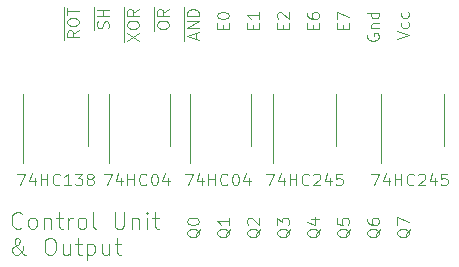
<source format=gbr>
%TF.GenerationSoftware,KiCad,Pcbnew,(5.1.10-1-10_14)*%
%TF.CreationDate,2021-12-17T20:44:53-05:00*%
%TF.ProjectId,Control_and_Output,436f6e74-726f-46c5-9f61-6e645f4f7574,rev?*%
%TF.SameCoordinates,Original*%
%TF.FileFunction,Legend,Top*%
%TF.FilePolarity,Positive*%
%FSLAX46Y46*%
G04 Gerber Fmt 4.6, Leading zero omitted, Abs format (unit mm)*
G04 Created by KiCad (PCBNEW (5.1.10-1-10_14)) date 2021-12-17 20:44:53*
%MOMM*%
%LPD*%
G01*
G04 APERTURE LIST*
%ADD10C,0.100000*%
%ADD11C,0.120000*%
G04 APERTURE END LIST*
D10*
X46410333Y-88300000D02*
X46343666Y-88366666D01*
X46143666Y-88433333D01*
X46010333Y-88433333D01*
X45810333Y-88366666D01*
X45677000Y-88233333D01*
X45610333Y-88100000D01*
X45543666Y-87833333D01*
X45543666Y-87633333D01*
X45610333Y-87366666D01*
X45677000Y-87233333D01*
X45810333Y-87100000D01*
X46010333Y-87033333D01*
X46143666Y-87033333D01*
X46343666Y-87100000D01*
X46410333Y-87166666D01*
X47210333Y-88433333D02*
X47077000Y-88366666D01*
X47010333Y-88300000D01*
X46943666Y-88166666D01*
X46943666Y-87766666D01*
X47010333Y-87633333D01*
X47077000Y-87566666D01*
X47210333Y-87500000D01*
X47410333Y-87500000D01*
X47543666Y-87566666D01*
X47610333Y-87633333D01*
X47677000Y-87766666D01*
X47677000Y-88166666D01*
X47610333Y-88300000D01*
X47543666Y-88366666D01*
X47410333Y-88433333D01*
X47210333Y-88433333D01*
X48277000Y-87500000D02*
X48277000Y-88433333D01*
X48277000Y-87633333D02*
X48343666Y-87566666D01*
X48477000Y-87500000D01*
X48677000Y-87500000D01*
X48810333Y-87566666D01*
X48877000Y-87700000D01*
X48877000Y-88433333D01*
X49343666Y-87500000D02*
X49877000Y-87500000D01*
X49543666Y-87033333D02*
X49543666Y-88233333D01*
X49610333Y-88366666D01*
X49743666Y-88433333D01*
X49877000Y-88433333D01*
X50343666Y-88433333D02*
X50343666Y-87500000D01*
X50343666Y-87766666D02*
X50410333Y-87633333D01*
X50477000Y-87566666D01*
X50610333Y-87500000D01*
X50743666Y-87500000D01*
X51410333Y-88433333D02*
X51277000Y-88366666D01*
X51210333Y-88300000D01*
X51143666Y-88166666D01*
X51143666Y-87766666D01*
X51210333Y-87633333D01*
X51277000Y-87566666D01*
X51410333Y-87500000D01*
X51610333Y-87500000D01*
X51743666Y-87566666D01*
X51810333Y-87633333D01*
X51877000Y-87766666D01*
X51877000Y-88166666D01*
X51810333Y-88300000D01*
X51743666Y-88366666D01*
X51610333Y-88433333D01*
X51410333Y-88433333D01*
X52677000Y-88433333D02*
X52543666Y-88366666D01*
X52477000Y-88233333D01*
X52477000Y-87033333D01*
X54277000Y-87033333D02*
X54277000Y-88166666D01*
X54343666Y-88300000D01*
X54410333Y-88366666D01*
X54543666Y-88433333D01*
X54810333Y-88433333D01*
X54943666Y-88366666D01*
X55010333Y-88300000D01*
X55077000Y-88166666D01*
X55077000Y-87033333D01*
X55743666Y-87500000D02*
X55743666Y-88433333D01*
X55743666Y-87633333D02*
X55810333Y-87566666D01*
X55943666Y-87500000D01*
X56143666Y-87500000D01*
X56277000Y-87566666D01*
X56343666Y-87700000D01*
X56343666Y-88433333D01*
X57010333Y-88433333D02*
X57010333Y-87500000D01*
X57010333Y-87033333D02*
X56943666Y-87100000D01*
X57010333Y-87166666D01*
X57077000Y-87100000D01*
X57010333Y-87033333D01*
X57010333Y-87166666D01*
X57477000Y-87500000D02*
X58010333Y-87500000D01*
X57677000Y-87033333D02*
X57677000Y-88233333D01*
X57743666Y-88366666D01*
X57877000Y-88433333D01*
X58010333Y-88433333D01*
X46743666Y-90633333D02*
X46677000Y-90633333D01*
X46543666Y-90566666D01*
X46343666Y-90366666D01*
X46010333Y-89966666D01*
X45877000Y-89766666D01*
X45810333Y-89566666D01*
X45810333Y-89433333D01*
X45877000Y-89300000D01*
X46010333Y-89233333D01*
X46077000Y-89233333D01*
X46210333Y-89300000D01*
X46277000Y-89433333D01*
X46277000Y-89500000D01*
X46210333Y-89633333D01*
X46143666Y-89700000D01*
X45743666Y-89966666D01*
X45677000Y-90033333D01*
X45610333Y-90166666D01*
X45610333Y-90366666D01*
X45677000Y-90500000D01*
X45743666Y-90566666D01*
X45877000Y-90633333D01*
X46077000Y-90633333D01*
X46210333Y-90566666D01*
X46277000Y-90500000D01*
X46477000Y-90233333D01*
X46543666Y-90033333D01*
X46543666Y-89900000D01*
X48677000Y-89233333D02*
X48943666Y-89233333D01*
X49077000Y-89300000D01*
X49210333Y-89433333D01*
X49277000Y-89700000D01*
X49277000Y-90166666D01*
X49210333Y-90433333D01*
X49077000Y-90566666D01*
X48943666Y-90633333D01*
X48677000Y-90633333D01*
X48543666Y-90566666D01*
X48410333Y-90433333D01*
X48343666Y-90166666D01*
X48343666Y-89700000D01*
X48410333Y-89433333D01*
X48543666Y-89300000D01*
X48677000Y-89233333D01*
X50477000Y-89700000D02*
X50477000Y-90633333D01*
X49877000Y-89700000D02*
X49877000Y-90433333D01*
X49943666Y-90566666D01*
X50077000Y-90633333D01*
X50277000Y-90633333D01*
X50410333Y-90566666D01*
X50477000Y-90500000D01*
X50943666Y-89700000D02*
X51477000Y-89700000D01*
X51143666Y-89233333D02*
X51143666Y-90433333D01*
X51210333Y-90566666D01*
X51343666Y-90633333D01*
X51477000Y-90633333D01*
X51943666Y-89700000D02*
X51943666Y-91100000D01*
X51943666Y-89766666D02*
X52077000Y-89700000D01*
X52343666Y-89700000D01*
X52477000Y-89766666D01*
X52543666Y-89833333D01*
X52610333Y-89966666D01*
X52610333Y-90366666D01*
X52543666Y-90500000D01*
X52477000Y-90566666D01*
X52343666Y-90633333D01*
X52077000Y-90633333D01*
X51943666Y-90566666D01*
X53810333Y-89700000D02*
X53810333Y-90633333D01*
X53210333Y-89700000D02*
X53210333Y-90433333D01*
X53277000Y-90566666D01*
X53410333Y-90633333D01*
X53610333Y-90633333D01*
X53743666Y-90566666D01*
X53810333Y-90500000D01*
X54277000Y-89700000D02*
X54810333Y-89700000D01*
X54477000Y-89233333D02*
X54477000Y-90433333D01*
X54543666Y-90566666D01*
X54677000Y-90633333D01*
X54810333Y-90633333D01*
X78192380Y-72391190D02*
X79192380Y-72057857D01*
X78192380Y-71724523D01*
X79144761Y-70962619D02*
X79192380Y-71057857D01*
X79192380Y-71248333D01*
X79144761Y-71343571D01*
X79097142Y-71391190D01*
X79001904Y-71438809D01*
X78716190Y-71438809D01*
X78620952Y-71391190D01*
X78573333Y-71343571D01*
X78525714Y-71248333D01*
X78525714Y-71057857D01*
X78573333Y-70962619D01*
X79144761Y-70105476D02*
X79192380Y-70200714D01*
X79192380Y-70391190D01*
X79144761Y-70486428D01*
X79097142Y-70534047D01*
X79001904Y-70581666D01*
X78716190Y-70581666D01*
X78620952Y-70534047D01*
X78573333Y-70486428D01*
X78525714Y-70391190D01*
X78525714Y-70200714D01*
X78573333Y-70105476D01*
X75700000Y-71962619D02*
X75652380Y-72057857D01*
X75652380Y-72200714D01*
X75700000Y-72343571D01*
X75795238Y-72438809D01*
X75890476Y-72486428D01*
X76080952Y-72534047D01*
X76223809Y-72534047D01*
X76414285Y-72486428D01*
X76509523Y-72438809D01*
X76604761Y-72343571D01*
X76652380Y-72200714D01*
X76652380Y-72105476D01*
X76604761Y-71962619D01*
X76557142Y-71915000D01*
X76223809Y-71915000D01*
X76223809Y-72105476D01*
X75985714Y-71486428D02*
X76652380Y-71486428D01*
X76080952Y-71486428D02*
X76033333Y-71438809D01*
X75985714Y-71343571D01*
X75985714Y-71200714D01*
X76033333Y-71105476D01*
X76128571Y-71057857D01*
X76652380Y-71057857D01*
X76652380Y-70153095D02*
X75652380Y-70153095D01*
X76604761Y-70153095D02*
X76652380Y-70248333D01*
X76652380Y-70438809D01*
X76604761Y-70534047D01*
X76557142Y-70581666D01*
X76461904Y-70629285D01*
X76176190Y-70629285D01*
X76080952Y-70581666D01*
X76033333Y-70534047D01*
X75985714Y-70438809D01*
X75985714Y-70248333D01*
X76033333Y-70153095D01*
X73588571Y-71534047D02*
X73588571Y-71200714D01*
X74112380Y-71057857D02*
X74112380Y-71534047D01*
X73112380Y-71534047D01*
X73112380Y-71057857D01*
X73112380Y-70724523D02*
X73112380Y-70057857D01*
X74112380Y-70486428D01*
X71048571Y-71534047D02*
X71048571Y-71200714D01*
X71572380Y-71057857D02*
X71572380Y-71534047D01*
X70572380Y-71534047D01*
X70572380Y-71057857D01*
X70572380Y-70200714D02*
X70572380Y-70391190D01*
X70620000Y-70486428D01*
X70667619Y-70534047D01*
X70810476Y-70629285D01*
X71000952Y-70676904D01*
X71381904Y-70676904D01*
X71477142Y-70629285D01*
X71524761Y-70581666D01*
X71572380Y-70486428D01*
X71572380Y-70295952D01*
X71524761Y-70200714D01*
X71477142Y-70153095D01*
X71381904Y-70105476D01*
X71143809Y-70105476D01*
X71048571Y-70153095D01*
X71000952Y-70200714D01*
X70953333Y-70295952D01*
X70953333Y-70486428D01*
X71000952Y-70581666D01*
X71048571Y-70629285D01*
X71143809Y-70676904D01*
X68508571Y-71534047D02*
X68508571Y-71200714D01*
X69032380Y-71057857D02*
X69032380Y-71534047D01*
X68032380Y-71534047D01*
X68032380Y-71057857D01*
X68127619Y-70676904D02*
X68080000Y-70629285D01*
X68032380Y-70534047D01*
X68032380Y-70295952D01*
X68080000Y-70200714D01*
X68127619Y-70153095D01*
X68222857Y-70105476D01*
X68318095Y-70105476D01*
X68460952Y-70153095D01*
X69032380Y-70724523D01*
X69032380Y-70105476D01*
X65968571Y-71534047D02*
X65968571Y-71200714D01*
X66492380Y-71057857D02*
X66492380Y-71534047D01*
X65492380Y-71534047D01*
X65492380Y-71057857D01*
X66492380Y-70105476D02*
X66492380Y-70676904D01*
X66492380Y-70391190D02*
X65492380Y-70391190D01*
X65635238Y-70486428D01*
X65730476Y-70581666D01*
X65778095Y-70676904D01*
X63428571Y-71534047D02*
X63428571Y-71200714D01*
X63952380Y-71057857D02*
X63952380Y-71534047D01*
X62952380Y-71534047D01*
X62952380Y-71057857D01*
X62952380Y-70438809D02*
X62952380Y-70343571D01*
X63000000Y-70248333D01*
X63047619Y-70200714D01*
X63142857Y-70153095D01*
X63333333Y-70105476D01*
X63571428Y-70105476D01*
X63761904Y-70153095D01*
X63857142Y-70200714D01*
X63904761Y-70248333D01*
X63952380Y-70343571D01*
X63952380Y-70438809D01*
X63904761Y-70534047D01*
X63857142Y-70581666D01*
X63761904Y-70629285D01*
X63571428Y-70676904D01*
X63333333Y-70676904D01*
X63142857Y-70629285D01*
X63047619Y-70581666D01*
X63000000Y-70534047D01*
X62952380Y-70438809D01*
X60110000Y-72565761D02*
X60110000Y-71708619D01*
X61126666Y-72375285D02*
X61126666Y-71899095D01*
X61412380Y-72470523D02*
X60412380Y-72137190D01*
X61412380Y-71803857D01*
X60110000Y-71708619D02*
X60110000Y-70661000D01*
X61412380Y-71470523D02*
X60412380Y-71470523D01*
X61412380Y-70899095D01*
X60412380Y-70899095D01*
X60110000Y-70661000D02*
X60110000Y-69661000D01*
X61412380Y-70422904D02*
X60412380Y-70422904D01*
X60412380Y-70184809D01*
X60460000Y-70041952D01*
X60555238Y-69946714D01*
X60650476Y-69899095D01*
X60840952Y-69851476D01*
X60983809Y-69851476D01*
X61174285Y-69899095D01*
X61269523Y-69946714D01*
X61364761Y-70041952D01*
X61412380Y-70184809D01*
X61412380Y-70422904D01*
X57570000Y-71708619D02*
X57570000Y-70661000D01*
X57872380Y-71280047D02*
X57872380Y-71089571D01*
X57920000Y-70994333D01*
X58015238Y-70899095D01*
X58205714Y-70851476D01*
X58539047Y-70851476D01*
X58729523Y-70899095D01*
X58824761Y-70994333D01*
X58872380Y-71089571D01*
X58872380Y-71280047D01*
X58824761Y-71375285D01*
X58729523Y-71470523D01*
X58539047Y-71518142D01*
X58205714Y-71518142D01*
X58015238Y-71470523D01*
X57920000Y-71375285D01*
X57872380Y-71280047D01*
X57570000Y-70661000D02*
X57570000Y-69661000D01*
X58872380Y-69851476D02*
X58396190Y-70184809D01*
X58872380Y-70422904D02*
X57872380Y-70422904D01*
X57872380Y-70041952D01*
X57920000Y-69946714D01*
X57967619Y-69899095D01*
X58062857Y-69851476D01*
X58205714Y-69851476D01*
X58300952Y-69899095D01*
X58348571Y-69946714D01*
X58396190Y-70041952D01*
X58396190Y-70422904D01*
X55030000Y-72661000D02*
X55030000Y-71708619D01*
X55332380Y-72518142D02*
X56332380Y-71851476D01*
X55332380Y-71851476D02*
X56332380Y-72518142D01*
X55030000Y-71708619D02*
X55030000Y-70661000D01*
X55332380Y-71280047D02*
X55332380Y-71089571D01*
X55380000Y-70994333D01*
X55475238Y-70899095D01*
X55665714Y-70851476D01*
X55999047Y-70851476D01*
X56189523Y-70899095D01*
X56284761Y-70994333D01*
X56332380Y-71089571D01*
X56332380Y-71280047D01*
X56284761Y-71375285D01*
X56189523Y-71470523D01*
X55999047Y-71518142D01*
X55665714Y-71518142D01*
X55475238Y-71470523D01*
X55380000Y-71375285D01*
X55332380Y-71280047D01*
X55030000Y-70661000D02*
X55030000Y-69661000D01*
X56332380Y-69851476D02*
X55856190Y-70184809D01*
X56332380Y-70422904D02*
X55332380Y-70422904D01*
X55332380Y-70041952D01*
X55380000Y-69946714D01*
X55427619Y-69899095D01*
X55522857Y-69851476D01*
X55665714Y-69851476D01*
X55760952Y-69899095D01*
X55808571Y-69946714D01*
X55856190Y-70041952D01*
X55856190Y-70422904D01*
X52490000Y-71661000D02*
X52490000Y-70708619D01*
X53744761Y-71470523D02*
X53792380Y-71327666D01*
X53792380Y-71089571D01*
X53744761Y-70994333D01*
X53697142Y-70946714D01*
X53601904Y-70899095D01*
X53506666Y-70899095D01*
X53411428Y-70946714D01*
X53363809Y-70994333D01*
X53316190Y-71089571D01*
X53268571Y-71280047D01*
X53220952Y-71375285D01*
X53173333Y-71422904D01*
X53078095Y-71470523D01*
X52982857Y-71470523D01*
X52887619Y-71422904D01*
X52840000Y-71375285D01*
X52792380Y-71280047D01*
X52792380Y-71041952D01*
X52840000Y-70899095D01*
X52490000Y-70708619D02*
X52490000Y-69661000D01*
X53792380Y-70470523D02*
X52792380Y-70470523D01*
X53268571Y-70470523D02*
X53268571Y-69899095D01*
X53792380Y-69899095D02*
X52792380Y-69899095D01*
X49950000Y-72470523D02*
X49950000Y-71470523D01*
X51252380Y-71661000D02*
X50776190Y-71994333D01*
X51252380Y-72232428D02*
X50252380Y-72232428D01*
X50252380Y-71851476D01*
X50300000Y-71756238D01*
X50347619Y-71708619D01*
X50442857Y-71661000D01*
X50585714Y-71661000D01*
X50680952Y-71708619D01*
X50728571Y-71756238D01*
X50776190Y-71851476D01*
X50776190Y-72232428D01*
X49950000Y-71470523D02*
X49950000Y-70422904D01*
X50252380Y-71041952D02*
X50252380Y-70851476D01*
X50300000Y-70756238D01*
X50395238Y-70661000D01*
X50585714Y-70613380D01*
X50919047Y-70613380D01*
X51109523Y-70661000D01*
X51204761Y-70756238D01*
X51252380Y-70851476D01*
X51252380Y-71041952D01*
X51204761Y-71137190D01*
X51109523Y-71232428D01*
X50919047Y-71280047D01*
X50585714Y-71280047D01*
X50395238Y-71232428D01*
X50300000Y-71137190D01*
X50252380Y-71041952D01*
X49950000Y-70422904D02*
X49950000Y-69661000D01*
X50252380Y-70327666D02*
X50252380Y-69756238D01*
X51252380Y-70041952D02*
X50252380Y-70041952D01*
X79287619Y-88438238D02*
X79240000Y-88533476D01*
X79144761Y-88628714D01*
X79001904Y-88771571D01*
X78954285Y-88866809D01*
X78954285Y-88962047D01*
X79192380Y-88914428D02*
X79144761Y-89009666D01*
X79049523Y-89104904D01*
X78859047Y-89152523D01*
X78525714Y-89152523D01*
X78335238Y-89104904D01*
X78240000Y-89009666D01*
X78192380Y-88914428D01*
X78192380Y-88723952D01*
X78240000Y-88628714D01*
X78335238Y-88533476D01*
X78525714Y-88485857D01*
X78859047Y-88485857D01*
X79049523Y-88533476D01*
X79144761Y-88628714D01*
X79192380Y-88723952D01*
X79192380Y-88914428D01*
X78192380Y-88152523D02*
X78192380Y-87485857D01*
X79192380Y-87914428D01*
X76747619Y-88438238D02*
X76700000Y-88533476D01*
X76604761Y-88628714D01*
X76461904Y-88771571D01*
X76414285Y-88866809D01*
X76414285Y-88962047D01*
X76652380Y-88914428D02*
X76604761Y-89009666D01*
X76509523Y-89104904D01*
X76319047Y-89152523D01*
X75985714Y-89152523D01*
X75795238Y-89104904D01*
X75700000Y-89009666D01*
X75652380Y-88914428D01*
X75652380Y-88723952D01*
X75700000Y-88628714D01*
X75795238Y-88533476D01*
X75985714Y-88485857D01*
X76319047Y-88485857D01*
X76509523Y-88533476D01*
X76604761Y-88628714D01*
X76652380Y-88723952D01*
X76652380Y-88914428D01*
X75652380Y-87628714D02*
X75652380Y-87819190D01*
X75700000Y-87914428D01*
X75747619Y-87962047D01*
X75890476Y-88057285D01*
X76080952Y-88104904D01*
X76461904Y-88104904D01*
X76557142Y-88057285D01*
X76604761Y-88009666D01*
X76652380Y-87914428D01*
X76652380Y-87723952D01*
X76604761Y-87628714D01*
X76557142Y-87581095D01*
X76461904Y-87533476D01*
X76223809Y-87533476D01*
X76128571Y-87581095D01*
X76080952Y-87628714D01*
X76033333Y-87723952D01*
X76033333Y-87914428D01*
X76080952Y-88009666D01*
X76128571Y-88057285D01*
X76223809Y-88104904D01*
X74207619Y-88438238D02*
X74160000Y-88533476D01*
X74064761Y-88628714D01*
X73921904Y-88771571D01*
X73874285Y-88866809D01*
X73874285Y-88962047D01*
X74112380Y-88914428D02*
X74064761Y-89009666D01*
X73969523Y-89104904D01*
X73779047Y-89152523D01*
X73445714Y-89152523D01*
X73255238Y-89104904D01*
X73160000Y-89009666D01*
X73112380Y-88914428D01*
X73112380Y-88723952D01*
X73160000Y-88628714D01*
X73255238Y-88533476D01*
X73445714Y-88485857D01*
X73779047Y-88485857D01*
X73969523Y-88533476D01*
X74064761Y-88628714D01*
X74112380Y-88723952D01*
X74112380Y-88914428D01*
X73112380Y-87581095D02*
X73112380Y-88057285D01*
X73588571Y-88104904D01*
X73540952Y-88057285D01*
X73493333Y-87962047D01*
X73493333Y-87723952D01*
X73540952Y-87628714D01*
X73588571Y-87581095D01*
X73683809Y-87533476D01*
X73921904Y-87533476D01*
X74017142Y-87581095D01*
X74064761Y-87628714D01*
X74112380Y-87723952D01*
X74112380Y-87962047D01*
X74064761Y-88057285D01*
X74017142Y-88104904D01*
X71667619Y-88438238D02*
X71620000Y-88533476D01*
X71524761Y-88628714D01*
X71381904Y-88771571D01*
X71334285Y-88866809D01*
X71334285Y-88962047D01*
X71572380Y-88914428D02*
X71524761Y-89009666D01*
X71429523Y-89104904D01*
X71239047Y-89152523D01*
X70905714Y-89152523D01*
X70715238Y-89104904D01*
X70620000Y-89009666D01*
X70572380Y-88914428D01*
X70572380Y-88723952D01*
X70620000Y-88628714D01*
X70715238Y-88533476D01*
X70905714Y-88485857D01*
X71239047Y-88485857D01*
X71429523Y-88533476D01*
X71524761Y-88628714D01*
X71572380Y-88723952D01*
X71572380Y-88914428D01*
X70905714Y-87628714D02*
X71572380Y-87628714D01*
X70524761Y-87866809D02*
X71239047Y-88104904D01*
X71239047Y-87485857D01*
X69127619Y-88438238D02*
X69080000Y-88533476D01*
X68984761Y-88628714D01*
X68841904Y-88771571D01*
X68794285Y-88866809D01*
X68794285Y-88962047D01*
X69032380Y-88914428D02*
X68984761Y-89009666D01*
X68889523Y-89104904D01*
X68699047Y-89152523D01*
X68365714Y-89152523D01*
X68175238Y-89104904D01*
X68080000Y-89009666D01*
X68032380Y-88914428D01*
X68032380Y-88723952D01*
X68080000Y-88628714D01*
X68175238Y-88533476D01*
X68365714Y-88485857D01*
X68699047Y-88485857D01*
X68889523Y-88533476D01*
X68984761Y-88628714D01*
X69032380Y-88723952D01*
X69032380Y-88914428D01*
X68032380Y-88152523D02*
X68032380Y-87533476D01*
X68413333Y-87866809D01*
X68413333Y-87723952D01*
X68460952Y-87628714D01*
X68508571Y-87581095D01*
X68603809Y-87533476D01*
X68841904Y-87533476D01*
X68937142Y-87581095D01*
X68984761Y-87628714D01*
X69032380Y-87723952D01*
X69032380Y-88009666D01*
X68984761Y-88104904D01*
X68937142Y-88152523D01*
X66587619Y-88438238D02*
X66540000Y-88533476D01*
X66444761Y-88628714D01*
X66301904Y-88771571D01*
X66254285Y-88866809D01*
X66254285Y-88962047D01*
X66492380Y-88914428D02*
X66444761Y-89009666D01*
X66349523Y-89104904D01*
X66159047Y-89152523D01*
X65825714Y-89152523D01*
X65635238Y-89104904D01*
X65540000Y-89009666D01*
X65492380Y-88914428D01*
X65492380Y-88723952D01*
X65540000Y-88628714D01*
X65635238Y-88533476D01*
X65825714Y-88485857D01*
X66159047Y-88485857D01*
X66349523Y-88533476D01*
X66444761Y-88628714D01*
X66492380Y-88723952D01*
X66492380Y-88914428D01*
X65587619Y-88104904D02*
X65540000Y-88057285D01*
X65492380Y-87962047D01*
X65492380Y-87723952D01*
X65540000Y-87628714D01*
X65587619Y-87581095D01*
X65682857Y-87533476D01*
X65778095Y-87533476D01*
X65920952Y-87581095D01*
X66492380Y-88152523D01*
X66492380Y-87533476D01*
X64047619Y-88438238D02*
X64000000Y-88533476D01*
X63904761Y-88628714D01*
X63761904Y-88771571D01*
X63714285Y-88866809D01*
X63714285Y-88962047D01*
X63952380Y-88914428D02*
X63904761Y-89009666D01*
X63809523Y-89104904D01*
X63619047Y-89152523D01*
X63285714Y-89152523D01*
X63095238Y-89104904D01*
X63000000Y-89009666D01*
X62952380Y-88914428D01*
X62952380Y-88723952D01*
X63000000Y-88628714D01*
X63095238Y-88533476D01*
X63285714Y-88485857D01*
X63619047Y-88485857D01*
X63809523Y-88533476D01*
X63904761Y-88628714D01*
X63952380Y-88723952D01*
X63952380Y-88914428D01*
X63952380Y-87533476D02*
X63952380Y-88104904D01*
X63952380Y-87819190D02*
X62952380Y-87819190D01*
X63095238Y-87914428D01*
X63190476Y-88009666D01*
X63238095Y-88104904D01*
X61507619Y-88438238D02*
X61460000Y-88533476D01*
X61364761Y-88628714D01*
X61221904Y-88771571D01*
X61174285Y-88866809D01*
X61174285Y-88962047D01*
X61412380Y-88914428D02*
X61364761Y-89009666D01*
X61269523Y-89104904D01*
X61079047Y-89152523D01*
X60745714Y-89152523D01*
X60555238Y-89104904D01*
X60460000Y-89009666D01*
X60412380Y-88914428D01*
X60412380Y-88723952D01*
X60460000Y-88628714D01*
X60555238Y-88533476D01*
X60745714Y-88485857D01*
X61079047Y-88485857D01*
X61269523Y-88533476D01*
X61364761Y-88628714D01*
X61412380Y-88723952D01*
X61412380Y-88914428D01*
X60412380Y-87866809D02*
X60412380Y-87771571D01*
X60460000Y-87676333D01*
X60507619Y-87628714D01*
X60602857Y-87581095D01*
X60793333Y-87533476D01*
X61031428Y-87533476D01*
X61221904Y-87581095D01*
X61317142Y-87628714D01*
X61364761Y-87676333D01*
X61412380Y-87771571D01*
X61412380Y-87866809D01*
X61364761Y-87962047D01*
X61317142Y-88009666D01*
X61221904Y-88057285D01*
X61031428Y-88104904D01*
X60793333Y-88104904D01*
X60602857Y-88057285D01*
X60507619Y-88009666D01*
X60460000Y-87962047D01*
X60412380Y-87866809D01*
D11*
%TO.C,U12*%
X46541000Y-79248000D02*
X46541000Y-82848000D01*
X46541000Y-79248000D02*
X46541000Y-77048000D01*
X52011000Y-79248000D02*
X52011000Y-81448000D01*
X52011000Y-79248000D02*
X52011000Y-77048000D01*
%TO.C,U11*%
X76842000Y-79248000D02*
X76842000Y-82848000D01*
X76842000Y-79248000D02*
X76842000Y-77048000D01*
X82162000Y-79248000D02*
X82162000Y-81448000D01*
X82162000Y-79248000D02*
X82162000Y-77048000D01*
%TO.C,U3*%
X67698000Y-79248000D02*
X67698000Y-82848000D01*
X67698000Y-79248000D02*
X67698000Y-77048000D01*
X73018000Y-79248000D02*
X73018000Y-81448000D01*
X73018000Y-79248000D02*
X73018000Y-77048000D01*
%TO.C,U2*%
X53778000Y-79248000D02*
X53778000Y-82848000D01*
X53778000Y-79248000D02*
X53778000Y-77048000D01*
X58998000Y-79248000D02*
X58998000Y-81448000D01*
X58998000Y-79248000D02*
X58998000Y-77048000D01*
%TO.C,U1*%
X60636000Y-79248000D02*
X60636000Y-82848000D01*
X60636000Y-79248000D02*
X60636000Y-77048000D01*
X65856000Y-79248000D02*
X65856000Y-81448000D01*
X65856000Y-79248000D02*
X65856000Y-77048000D01*
%TO.C,U12*%
D10*
X46014095Y-83780380D02*
X46680761Y-83780380D01*
X46252190Y-84780380D01*
X47490285Y-84113714D02*
X47490285Y-84780380D01*
X47252190Y-83732761D02*
X47014095Y-84447047D01*
X47633142Y-84447047D01*
X48014095Y-84780380D02*
X48014095Y-83780380D01*
X48014095Y-84256571D02*
X48585523Y-84256571D01*
X48585523Y-84780380D02*
X48585523Y-83780380D01*
X49633142Y-84685142D02*
X49585523Y-84732761D01*
X49442666Y-84780380D01*
X49347428Y-84780380D01*
X49204571Y-84732761D01*
X49109333Y-84637523D01*
X49061714Y-84542285D01*
X49014095Y-84351809D01*
X49014095Y-84208952D01*
X49061714Y-84018476D01*
X49109333Y-83923238D01*
X49204571Y-83828000D01*
X49347428Y-83780380D01*
X49442666Y-83780380D01*
X49585523Y-83828000D01*
X49633142Y-83875619D01*
X50585523Y-84780380D02*
X50014095Y-84780380D01*
X50299809Y-84780380D02*
X50299809Y-83780380D01*
X50204571Y-83923238D01*
X50109333Y-84018476D01*
X50014095Y-84066095D01*
X50918857Y-83780380D02*
X51537904Y-83780380D01*
X51204571Y-84161333D01*
X51347428Y-84161333D01*
X51442666Y-84208952D01*
X51490285Y-84256571D01*
X51537904Y-84351809D01*
X51537904Y-84589904D01*
X51490285Y-84685142D01*
X51442666Y-84732761D01*
X51347428Y-84780380D01*
X51061714Y-84780380D01*
X50966476Y-84732761D01*
X50918857Y-84685142D01*
X52109333Y-84208952D02*
X52014095Y-84161333D01*
X51966476Y-84113714D01*
X51918857Y-84018476D01*
X51918857Y-83970857D01*
X51966476Y-83875619D01*
X52014095Y-83828000D01*
X52109333Y-83780380D01*
X52299809Y-83780380D01*
X52395047Y-83828000D01*
X52442666Y-83875619D01*
X52490285Y-83970857D01*
X52490285Y-84018476D01*
X52442666Y-84113714D01*
X52395047Y-84161333D01*
X52299809Y-84208952D01*
X52109333Y-84208952D01*
X52014095Y-84256571D01*
X51966476Y-84304190D01*
X51918857Y-84399428D01*
X51918857Y-84589904D01*
X51966476Y-84685142D01*
X52014095Y-84732761D01*
X52109333Y-84780380D01*
X52299809Y-84780380D01*
X52395047Y-84732761D01*
X52442666Y-84685142D01*
X52490285Y-84589904D01*
X52490285Y-84399428D01*
X52442666Y-84304190D01*
X52395047Y-84256571D01*
X52299809Y-84208952D01*
%TO.C,U11*%
X75986095Y-83780380D02*
X76652761Y-83780380D01*
X76224190Y-84780380D01*
X77462285Y-84113714D02*
X77462285Y-84780380D01*
X77224190Y-83732761D02*
X76986095Y-84447047D01*
X77605142Y-84447047D01*
X77986095Y-84780380D02*
X77986095Y-83780380D01*
X77986095Y-84256571D02*
X78557523Y-84256571D01*
X78557523Y-84780380D02*
X78557523Y-83780380D01*
X79605142Y-84685142D02*
X79557523Y-84732761D01*
X79414666Y-84780380D01*
X79319428Y-84780380D01*
X79176571Y-84732761D01*
X79081333Y-84637523D01*
X79033714Y-84542285D01*
X78986095Y-84351809D01*
X78986095Y-84208952D01*
X79033714Y-84018476D01*
X79081333Y-83923238D01*
X79176571Y-83828000D01*
X79319428Y-83780380D01*
X79414666Y-83780380D01*
X79557523Y-83828000D01*
X79605142Y-83875619D01*
X79986095Y-83875619D02*
X80033714Y-83828000D01*
X80128952Y-83780380D01*
X80367047Y-83780380D01*
X80462285Y-83828000D01*
X80509904Y-83875619D01*
X80557523Y-83970857D01*
X80557523Y-84066095D01*
X80509904Y-84208952D01*
X79938476Y-84780380D01*
X80557523Y-84780380D01*
X81414666Y-84113714D02*
X81414666Y-84780380D01*
X81176571Y-83732761D02*
X80938476Y-84447047D01*
X81557523Y-84447047D01*
X82414666Y-83780380D02*
X81938476Y-83780380D01*
X81890857Y-84256571D01*
X81938476Y-84208952D01*
X82033714Y-84161333D01*
X82271809Y-84161333D01*
X82367047Y-84208952D01*
X82414666Y-84256571D01*
X82462285Y-84351809D01*
X82462285Y-84589904D01*
X82414666Y-84685142D01*
X82367047Y-84732761D01*
X82271809Y-84780380D01*
X82033714Y-84780380D01*
X81938476Y-84732761D01*
X81890857Y-84685142D01*
%TO.C,U3*%
X67096095Y-83780380D02*
X67762761Y-83780380D01*
X67334190Y-84780380D01*
X68572285Y-84113714D02*
X68572285Y-84780380D01*
X68334190Y-83732761D02*
X68096095Y-84447047D01*
X68715142Y-84447047D01*
X69096095Y-84780380D02*
X69096095Y-83780380D01*
X69096095Y-84256571D02*
X69667523Y-84256571D01*
X69667523Y-84780380D02*
X69667523Y-83780380D01*
X70715142Y-84685142D02*
X70667523Y-84732761D01*
X70524666Y-84780380D01*
X70429428Y-84780380D01*
X70286571Y-84732761D01*
X70191333Y-84637523D01*
X70143714Y-84542285D01*
X70096095Y-84351809D01*
X70096095Y-84208952D01*
X70143714Y-84018476D01*
X70191333Y-83923238D01*
X70286571Y-83828000D01*
X70429428Y-83780380D01*
X70524666Y-83780380D01*
X70667523Y-83828000D01*
X70715142Y-83875619D01*
X71096095Y-83875619D02*
X71143714Y-83828000D01*
X71238952Y-83780380D01*
X71477047Y-83780380D01*
X71572285Y-83828000D01*
X71619904Y-83875619D01*
X71667523Y-83970857D01*
X71667523Y-84066095D01*
X71619904Y-84208952D01*
X71048476Y-84780380D01*
X71667523Y-84780380D01*
X72524666Y-84113714D02*
X72524666Y-84780380D01*
X72286571Y-83732761D02*
X72048476Y-84447047D01*
X72667523Y-84447047D01*
X73524666Y-83780380D02*
X73048476Y-83780380D01*
X73000857Y-84256571D01*
X73048476Y-84208952D01*
X73143714Y-84161333D01*
X73381809Y-84161333D01*
X73477047Y-84208952D01*
X73524666Y-84256571D01*
X73572285Y-84351809D01*
X73572285Y-84589904D01*
X73524666Y-84685142D01*
X73477047Y-84732761D01*
X73381809Y-84780380D01*
X73143714Y-84780380D01*
X73048476Y-84732761D01*
X73000857Y-84685142D01*
%TO.C,U2*%
X53348285Y-83780380D02*
X54014952Y-83780380D01*
X53586380Y-84780380D01*
X54824476Y-84113714D02*
X54824476Y-84780380D01*
X54586380Y-83732761D02*
X54348285Y-84447047D01*
X54967333Y-84447047D01*
X55348285Y-84780380D02*
X55348285Y-83780380D01*
X55348285Y-84256571D02*
X55919714Y-84256571D01*
X55919714Y-84780380D02*
X55919714Y-83780380D01*
X56967333Y-84685142D02*
X56919714Y-84732761D01*
X56776857Y-84780380D01*
X56681619Y-84780380D01*
X56538761Y-84732761D01*
X56443523Y-84637523D01*
X56395904Y-84542285D01*
X56348285Y-84351809D01*
X56348285Y-84208952D01*
X56395904Y-84018476D01*
X56443523Y-83923238D01*
X56538761Y-83828000D01*
X56681619Y-83780380D01*
X56776857Y-83780380D01*
X56919714Y-83828000D01*
X56967333Y-83875619D01*
X57586380Y-83780380D02*
X57681619Y-83780380D01*
X57776857Y-83828000D01*
X57824476Y-83875619D01*
X57872095Y-83970857D01*
X57919714Y-84161333D01*
X57919714Y-84399428D01*
X57872095Y-84589904D01*
X57824476Y-84685142D01*
X57776857Y-84732761D01*
X57681619Y-84780380D01*
X57586380Y-84780380D01*
X57491142Y-84732761D01*
X57443523Y-84685142D01*
X57395904Y-84589904D01*
X57348285Y-84399428D01*
X57348285Y-84161333D01*
X57395904Y-83970857D01*
X57443523Y-83875619D01*
X57491142Y-83828000D01*
X57586380Y-83780380D01*
X58776857Y-84113714D02*
X58776857Y-84780380D01*
X58538761Y-83732761D02*
X58300666Y-84447047D01*
X58919714Y-84447047D01*
%TO.C,U1*%
X60206285Y-83780380D02*
X60872952Y-83780380D01*
X60444380Y-84780380D01*
X61682476Y-84113714D02*
X61682476Y-84780380D01*
X61444380Y-83732761D02*
X61206285Y-84447047D01*
X61825333Y-84447047D01*
X62206285Y-84780380D02*
X62206285Y-83780380D01*
X62206285Y-84256571D02*
X62777714Y-84256571D01*
X62777714Y-84780380D02*
X62777714Y-83780380D01*
X63825333Y-84685142D02*
X63777714Y-84732761D01*
X63634857Y-84780380D01*
X63539619Y-84780380D01*
X63396761Y-84732761D01*
X63301523Y-84637523D01*
X63253904Y-84542285D01*
X63206285Y-84351809D01*
X63206285Y-84208952D01*
X63253904Y-84018476D01*
X63301523Y-83923238D01*
X63396761Y-83828000D01*
X63539619Y-83780380D01*
X63634857Y-83780380D01*
X63777714Y-83828000D01*
X63825333Y-83875619D01*
X64444380Y-83780380D02*
X64539619Y-83780380D01*
X64634857Y-83828000D01*
X64682476Y-83875619D01*
X64730095Y-83970857D01*
X64777714Y-84161333D01*
X64777714Y-84399428D01*
X64730095Y-84589904D01*
X64682476Y-84685142D01*
X64634857Y-84732761D01*
X64539619Y-84780380D01*
X64444380Y-84780380D01*
X64349142Y-84732761D01*
X64301523Y-84685142D01*
X64253904Y-84589904D01*
X64206285Y-84399428D01*
X64206285Y-84161333D01*
X64253904Y-83970857D01*
X64301523Y-83875619D01*
X64349142Y-83828000D01*
X64444380Y-83780380D01*
X65634857Y-84113714D02*
X65634857Y-84780380D01*
X65396761Y-83732761D02*
X65158666Y-84447047D01*
X65777714Y-84447047D01*
%TD*%
M02*

</source>
